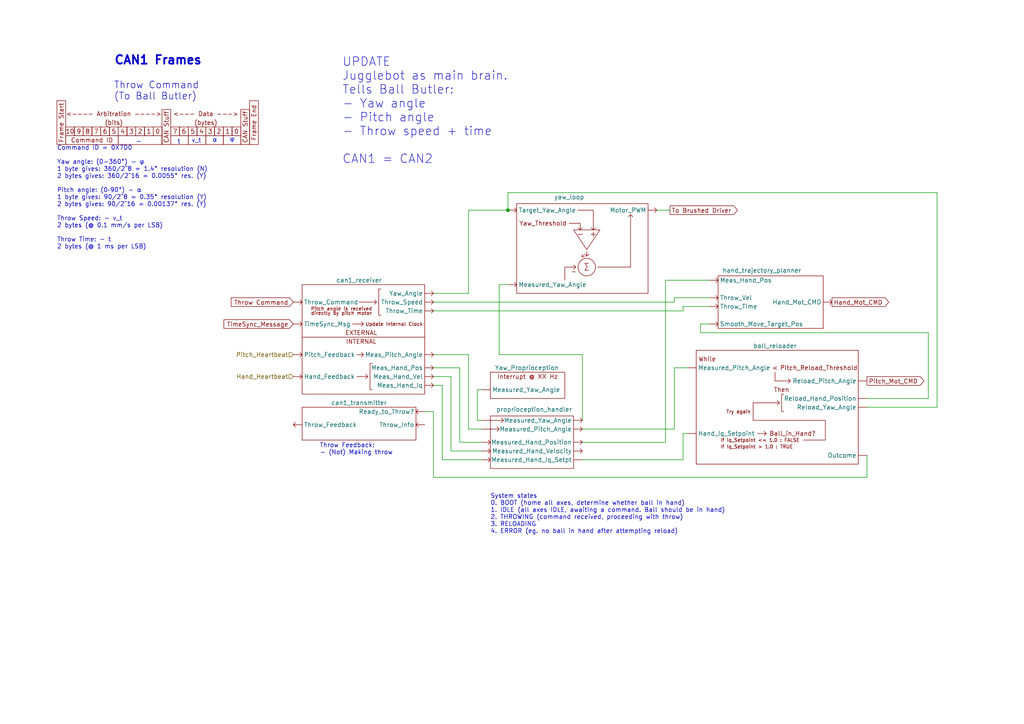
<source format=kicad_sch>
(kicad_sch (version 20211123) (generator eeschema)
  (paper "A4")
  (title_block (title "Programming Logic") (date "2025-12-13") (rev "3"))
  (lib_symbols
    (symbol "Ball_Butler_Programming_Logic_Symbol_Library:CAN_Frame"
      (symbol "CAN_Frame_0_0"
        (rectangle (start -30.48 7.62) (end -27.94 -5.08))
        (rectangle (start 0 -5.08) (end 2.54 5.08))
        (rectangle (start 2.54 -5.08) (end 7.62 -2.54))
        (rectangle (start 2.54 0) (end 5.08 -2.54))
        (rectangle (start 5.08 0) (end 7.62 -2.54))
        (rectangle (start 7.62 -2.54) (end 12.7 -5.08))
        (rectangle (start 7.62 0) (end 10.16 -2.54))
        (rectangle (start 10.16 0) (end 12.7 -2.54))
        (rectangle (start 12.7 -5.08) (end 17.78 -2.54))
        (rectangle (start 12.7 0) (end 15.24 -2.54))
        (rectangle (start 15.24 0) (end 17.78 -2.54))
        (rectangle (start 17.78 -5.08) (end 22.86 -2.54))
        (rectangle (start 17.78 0) (end 20.32 -2.54))
        (rectangle (start 20.32 0) (end 22.86 -2.54))
        (rectangle (start 22.86 5.08) (end 25.4 -5.08))
        (rectangle (start 25.4 7.62) (end 27.94 -5.08))
        (text "(bits)" (at -13.97 1.27 0) (effects (font (size 1.27 1.27))))
        (text "(bytes)" (at 12.7 1.27 0) (effects (font (size 1.27 1.27))))
        (text "0" (at -1.27 -1.27 0) (effects (font (size 1.27 1.27))))
        (text "0" (at 21.59 -1.27 0) (effects (font (size 1.27 1.27))))
        (text "1" (at -3.81 -1.27 0) (effects (font (size 1.27 1.27))))
        (text "1" (at 19.05 -1.27 0) (effects (font (size 1.27 1.27))))
        (text "10" (at -26.67 -1.27 0) (effects (font (size 1.27 1.27))))
        (text "2" (at -6.35 -1.27 0) (effects (font (size 1.27 1.27))))
        (text "2" (at 16.51 -1.27 0) (effects (font (size 1.27 1.27))))
        (text "3" (at -8.89 -1.27 0) (effects (font (size 1.27 1.27))))
        (text "3" (at 13.97 -1.27 0) (effects (font (size 1.27 1.27))))
        (text "4" (at -11.43 -1.27 0) (effects (font (size 1.27 1.27))))
        (text "4" (at 11.43 -1.27 0) (effects (font (size 1.27 1.27))))
        (text "5" (at -13.97 -1.27 0) (effects (font (size 1.27 1.27))))
        (text "5" (at 8.89 -1.27 0) (effects (font (size 1.27 1.27))))
        (text "6" (at -16.51 -1.27 0) (effects (font (size 1.27 1.27))))
        (text "6" (at 6.35 -1.27 0) (effects (font (size 1.27 1.27))))
        (text "7" (at -19.05 -1.27 0) (effects (font (size 1.27 1.27))))
        (text "7" (at 3.81 -1.27 0) (effects (font (size 1.27 1.27))))
        (text "8" (at -21.59 -1.27 0) (effects (font (size 1.27 1.27))))
        (text "9" (at -24.13 -1.27 0) (effects (font (size 1.27 1.27))))
        (text "<--- Data --->" (at 12.7 3.81 0) (effects (font (size 1.27 1.27))))
        (text "<---- Arbitration ---->" (at -13.97 3.81 0) (effects (font (size 1.27 1.27))))
        (text "CAN Stuff" (at 1.27 0 900) (effects (font (size 1.27 1.27))))
        (text "CAN Stuff" (at 24.13 0 900) (effects (font (size 1.27 1.27))))
        (text "Command ID" (at -20.32 -3.81 0) (effects (font (size 1.27 1.27))))
        (text "Frame End" (at 26.67 1.27 900) (effects (font (size 1.27 1.27))))
        (text "Frame Start" (at -29.21 1.27 900) (effects (font (size 1.27 1.27))))
      )
      (symbol "CAN_Frame_0_1"
        (rectangle (start -27.94 -2.54) (end -12.7 -5.08))
        (rectangle (start -27.94 0) (end -25.4 -2.54))
        (rectangle (start -25.4 0) (end -22.86 -2.54))
        (rectangle (start -22.86 0) (end -20.32 -2.54))
        (rectangle (start -20.32 0) (end -17.78 -2.54))
        (rectangle (start -17.78 0) (end -15.24 -2.54))
        (rectangle (start -15.24 0) (end -12.7 -2.54))
        (rectangle (start -12.7 -2.54) (end 0 -5.08))
        (rectangle (start -12.7 0) (end -10.16 -2.54))
        (rectangle (start -10.16 0) (end -7.62 -2.54))
        (rectangle (start -7.62 0) (end -5.08 -2.54))
        (rectangle (start -5.08 0) (end -2.54 -2.54))
        (rectangle (start -2.54 0) (end 0 -2.54))
      )
    )
    (symbol "Ball_Butler_Programming_Logic_Symbol_Library:Yaw_Proprioception"
      (property "Value" "Yaw_Proprioception" (at 1.27 1.27 0))
      (symbol "Yaw_Proprioception_0_0"
        (rectangle (start -8.89 0) (end 12.7 -7.62))
        (text "Interrupt @ XX Hz" (at 1.905 -1.27 0) (effects (font (size 1.27 1.27))))
      )
      (symbol "Yaw_Proprioception_1_1"
        (pin output line (at 15.24 -5.08 180) (length 2.54) (name "Measured_Yaw_Angle") (number ""))
      )
    )
    (symbol "Ball_Butler_Programming_Logic_Symbol_Library:ball_reloader"
      (property "Value" "ball_reloader" (at 1.27 5.08 0))
      (symbol "ball_reloader_0_0"
        (rectangle (start -22.86 3.81) (end 24.13 -29.21))
        (polyline (pts (xy -5.08 -20.32) (xy -2.54 -20.32)))
        (polyline (pts (xy -3.175 -19.685) (xy -2.54 -20.32) (xy -3.175 -20.955)))
        (polyline (pts (xy 0.635 -10.795) (xy 1.27 -11.43) (xy 0.635 -12.065)))
        (polyline (pts (xy 3.81 -4.445) (xy 4.445 -5.08) (xy 3.81 -5.715)))
        (polyline (pts (xy 4.445 -5.08) (xy 0 -5.08) (xy 0 -2.54)))
        (polyline (pts (xy 2.54 -8.89) (xy 1.905 -8.89) (xy 1.905 -13.97) (xy 2.54 -13.97)))
        (polyline (pts (xy 8.255 -22.225) (xy 14.605 -22.225) (xy 14.605 -16.51) (xy -6.35 -16.51) (xy -6.35 -11.43) (xy 1.27 -11.43)))
        (text "<" (at 0 -1.27 0) (effects (font (size 1.27 1.27))))
        (text "Ball_in_Hand?" (at 5.08 -20.32 0) (effects (font (size 1.27 1.27))))
        (text "If Iq_Setpoint <= 1.0 : FALSE" (at -15.875 -22.225 0) (effects (font (size 1 1)) (justify left)))
        (text "If Iq_Setpoint > 1.0 : TRUE" (at -15.875 -24.13 0) (effects (font (size 1 1)) (justify left)))
        (text "Pitch_Reload_Threshold" (at 12.7 -1.27 0) (effects (font (size 1.27 1.27))))
        (text "Then" (at 1.905 -7.62 0) (effects (font (size 1.27 1.27))))
        (text "Try again" (at -6.985 -13.97 0) (effects (font (size 1 1)) (justify right)))
        (text "While" (at -19.685 1.27 0) (effects (font (size 1.27 1.27))))
      )
      (symbol "ball_reloader_1_1"
        (pin input line (at -25.4 -20.32 0) (length 2.54) (name "Hand_Iq_Setpoint") (number ""))
        (pin input line (at -25.4 -1.27 0) (length 2.54) (name "Measured_Pitch_Angle") (number ""))
        (pin output line (at 26.67 -26.67 180) (length 2.54) (name "Outcome") (number ""))
        (pin output line (at 26.67 -10.16 180) (length 2.54) (name "Reload_Hand_Position") (number ""))
        (pin output line (at 26.67 -5.08 180) (length 2.54) (name "Reload_Pitch_Angle") (number ""))
        (pin output line (at 26.67 -12.7 180) (length 2.54) (name "Reload_Yaw_Angle") (number ""))
      )
    )
    (symbol "Ball_Butler_Programming_Logic_Symbol_Library:can1_receiver"
      (property "Value" "can1_receiver" (at 1.27 2.54 0))
      (symbol "can1_receiver_0_0"
        (rectangle (start -15.24 1.27) (end 20.32 -30.48))
        (polyline (pts (xy -15.24 -13.97) (xy 20.32 -13.97)))
        (polyline (pts (xy -0.635 -10.16) (xy 2.54 -10.16)))
        (polyline (pts (xy 0.635 -25.4) (xy 3.81 -25.4)))
        (polyline (pts (xy 0.635 -19.05) (xy 2.54 -19.05)))
        (polyline (pts (xy 1.27 -3.81) (xy 6.35 -3.81)))
        (polyline (pts (xy -15.875 -26.035) (xy -15.24 -25.4) (xy -15.875 -24.765)))
        (polyline (pts (xy -15.875 -19.685) (xy -15.24 -19.05) (xy -15.875 -18.415)))
        (polyline (pts (xy -15.875 -10.795) (xy -15.24 -10.16) (xy -15.875 -9.525)))
        (polyline (pts (xy -15.875 -4.445) (xy -15.24 -3.81) (xy -15.875 -3.175)))
        (polyline (pts (xy 1.905 -18.415) (xy 2.54 -19.05) (xy 1.905 -19.685)))
        (polyline (pts (xy 1.905 -9.525) (xy 2.54 -10.16) (xy 1.905 -10.795)))
        (polyline (pts (xy 3.175 -24.765) (xy 3.81 -25.4) (xy 3.175 -26.035)))
        (polyline (pts (xy 5.715 -3.175) (xy 6.35 -3.81) (xy 5.715 -4.445)))
        (polyline (pts (xy 22.225 -27.305) (xy 22.86 -27.94) (xy 22.225 -28.575)))
        (polyline (pts (xy 22.225 -24.765) (xy 22.86 -25.4) (xy 22.225 -26.035)))
        (polyline (pts (xy 22.225 -22.225) (xy 22.86 -22.86) (xy 22.225 -23.495)))
        (polyline (pts (xy 22.225 -18.415) (xy 22.86 -19.05) (xy 22.225 -19.685)))
        (polyline (pts (xy 22.225 -5.715) (xy 22.86 -6.35) (xy 22.225 -6.985)))
        (polyline (pts (xy 22.225 -3.175) (xy 22.86 -3.81) (xy 22.225 -4.445)))
        (polyline (pts (xy 22.225 -0.635) (xy 22.86 -1.27) (xy 22.225 -1.905)))
        (polyline (pts (xy 5.08 -21.59) (xy 4.445 -21.59) (xy 4.445 -29.21) (xy 5.08 -29.21)))
        (polyline (pts (xy 7.62 0) (xy 6.985 0) (xy 6.985 -7.62) (xy 7.62 -7.62)))
        (text "directly by pitch motor" (at -3.81 -6.985 0) (effects (font (size 1 1))))
        (text "EXTERNAL" (at 1.905 -12.7 0) (effects (font (size 1.27 1.27))))
        (text "INTERNAL" (at 1.905 -15.24 0) (effects (font (size 1.27 1.27))))
        (text "Pitch angle is received" (at -3.81 -5.715 0) (effects (font (size 1 1))))
        (text "Update Internal Clock" (at 11.43 -10.16 0) (effects (font (size 1 1))))
      )
      (symbol "can1_receiver_1_1"
        (pin input line (at -17.78 -25.4 0) (length 2.54) (name "Hand_Feedback") (number ""))
        (pin output line (at 22.86 -27.94 180) (length 2.54) (name "Meas_Hand_Iq") (number ""))
        (pin output line (at 22.86 -22.86 180) (length 2.54) (name "Meas_Hand_Pos") (number ""))
        (pin output line (at 22.86 -25.4 180) (length 2.54) (name "Meas_Hand_Vel") (number ""))
        (pin output line (at 22.86 -19.05 180) (length 2.54) (name "Meas_Pitch_Angle") (number ""))
        (pin input line (at -17.78 -19.05 0) (length 2.54) (name "Pitch_Feedback") (number ""))
        (pin input line (at -17.78 -3.81 0) (length 2.54) (name "Throw_Command") (number ""))
        (pin output line (at 22.86 -3.81 180) (length 2.54) (name "Throw_Speed") (number ""))
        (pin output line (at 22.86 -6.35 180) (length 2.54) (name "Throw_Time") (number ""))
        (pin input line (at -17.78 -10.16 0) (length 2.54) (name "TimeSync_Msg") (number ""))
        (pin output line (at 22.86 -1.27 180) (length 2.54) (name "Yaw_Angle") (number ""))
      )
    )
    (symbol "Ball_Butler_Programming_Logic_Symbol_Library:hand_trajectory_planner"
      (property "Value" "hand_trajectory_planner" (at 1.905 1.905 0))
      (symbol "hand_trajectory_planner_0_0"
        (rectangle (start -11.43 0) (end 19.05 -15.24))
        (polyline (pts (xy -12.065 -13.335) (xy -11.43 -13.97) (xy -12.065 -14.605)))
        (polyline (pts (xy -12.065 -8.255) (xy -11.43 -8.89) (xy -12.065 -9.525)))
        (polyline (pts (xy -12.065 -5.715) (xy -11.43 -6.35) (xy -12.065 -6.985)))
        (polyline (pts (xy -12.065 -0.635) (xy -11.43 -1.27) (xy -12.065 -1.905)))
        (polyline (pts (xy 20.955 -6.985) (xy 21.59 -7.62) (xy 20.955 -8.255)))
      )
      (symbol "hand_trajectory_planner_1_1"
        (pin output line (at 21.59 -7.62 180) (length 2.54) (name "Hand_Mot_CMD") (number ""))
        (pin input line (at -13.97 -1.27 0) (length 2.54) (name "Meas_Hand_Pos") (number ""))
        (pin input line (at -13.97 -13.97 0) (length 2.54) (name "Smooth_Move_Target_Pos") (number ""))
        (pin input line (at -13.97 -8.89 0) (length 2.54) (name "Throw_Time") (number ""))
        (pin input line (at -13.97 -6.35 0) (length 2.54) (name "Throw_Vel") (number ""))
      )
    )
    (symbol "Ball_Butler_Programming_Logic_Symbol_Library:proprioception_handler"
      (property "Value" "proprioception_handler" (at 3.81 3.81 0))
      (symbol "proprioception_handler_0_0"
        (rectangle (start -8.89 2.54) (end 15.24 -12.7))
        (polyline (pts (xy -8.89 -1.27) (xy -6.35 -1.27)))
        (polyline (pts (xy -8.89 1.27) (xy -5.08 1.27)))
        (polyline (pts (xy -9.525 -9.525) (xy -8.89 -10.16) (xy -9.525 -10.795)))
        (polyline (pts (xy -9.525 -6.985) (xy -8.89 -7.62) (xy -9.525 -8.255)))
        (polyline (pts (xy -9.525 -4.445) (xy -8.89 -5.08) (xy -9.525 -5.715)))
        (polyline (pts (xy -6.985 -0.635) (xy -6.35 -1.27) (xy -6.985 -1.905)))
        (polyline (pts (xy -5.715 1.905) (xy -5.08 1.27) (xy -5.715 0.635)))
        (polyline (pts (xy 17.145 -6.985) (xy 17.78 -7.62) (xy 17.145 -8.255)))
        (polyline (pts (xy 17.145 -4.445) (xy 17.78 -5.08) (xy 17.145 -5.715)))
        (polyline (pts (xy 17.145 -0.635) (xy 17.78 -1.27) (xy 17.145 -1.905)))
        (polyline (pts (xy 17.145 1.905) (xy 17.78 1.27) (xy 17.145 0.635)))
      )
      (symbol "proprioception_handler_1_1"
        (pin input line (at -11.43 -10.16 0) (length 2.54) (name "") (number ""))
        (pin input line (at -11.43 -7.62 0) (length 2.54) (name "") (number ""))
        (pin input line (at -11.43 -5.08 0) (length 2.54) (name "") (number ""))
        (pin input line (at -11.43 -1.27 0) (length 2.54) (name "") (number ""))
        (pin input line (at -11.43 1.27 0) (length 2.54) (name "") (number ""))
        (pin output line (at 17.78 -10.16 180) (length 2.54) (name "Measured_Hand_Iq_Setpt") (number ""))
        (pin output line (at 17.78 -5.08 180) (length 2.54) (name "Measured_Hand_Position") (number ""))
        (pin output line (at 17.78 -7.62 180) (length 2.54) (name "Measured_Hand_Velocity") (number ""))
        (pin output line (at 17.78 -1.27 180) (length 2.54) (name "Measured_Pitch_Angle") (number ""))
        (pin output line (at 17.78 1.27 180) (length 2.54) (name "Measured_Yaw_Angle") (number ""))
      )
    )
    (symbol "Ball_Butler_Programming_Logic_Symbol_Library:yaw_loop"
      (property "Value" "yaw_loop" (at 6.35 1.27 0))
      (symbol "yaw_loop_0_0"
        (rectangle (start -13.97 -0.635) (end 24.13 -26.67))
        (polyline (pts (xy 5.08 -9.525) (xy 3.81 -9.525)))
        (polyline (pts (xy 6.35 -14.605) (xy 6.35 -15.875)))
        (polyline (pts (xy 8.255 -10.16) (xy 8.255 -8.89)))
        (polyline (pts (xy 8.89 -9.525) (xy 7.62 -9.525)))
        (polyline (pts (xy -14.605 -23.495) (xy -13.97 -24.13) (xy -14.605 -24.765)))
        (polyline (pts (xy -14.605 -1.905) (xy -13.97 -2.54) (xy -14.605 -3.175)))
        (polyline (pts (xy 0 -22.86) (xy 0 -19.05) (xy 3.175 -19.05)))
        (polyline (pts (xy 1.27 -6.35) (xy 4.445 -6.35) (xy 4.445 -8.255)))
        (polyline (pts (xy 2.54 -18.415) (xy 3.175 -19.05) (xy 2.54 -19.685)))
        (polyline (pts (xy 3.81 -7.62) (xy 4.445 -8.255) (xy 5.08 -7.62)))
        (polyline (pts (xy 3.81 -2.54) (xy 8.255 -2.54) (xy 8.255 -8.255)))
        (polyline (pts (xy 5.715 -15.24) (xy 6.35 -15.875) (xy 6.985 -15.24)))
        (polyline (pts (xy 7.62 -7.62) (xy 8.255 -8.255) (xy 8.89 -7.62)))
        (polyline (pts (xy 9.525 -19.05) (xy 19.05 -19.05) (xy 19.05 -3.81)))
        (polyline (pts (xy 18.415 -4.445) (xy 19.05 -3.81) (xy 19.685 -4.445)))
        (polyline (pts (xy 26.035 -1.905) (xy 26.67 -2.54) (xy 26.035 -3.175)))
        (polyline (pts (xy 10.16 -8.255) (xy 2.54 -8.255) (xy 6.35 -13.97) (xy 10.16 -8.255)))
        (circle (center 6.35 -19.05) (radius 2.54))
        (text "+" (at 5.08 -15.875 900) (effects (font (size 1.27 1.27))))
        (text "-" (at 2.54 -20.32 0) (effects (font (size 1.27 1.27))))
        (text "Yaw_Threshold" (at -6.35 -6.35 0) (effects (font (size 1.27 1.27))))
        (text "Σ" (at 6.35 -19.05 0) (effects (font (size 2 2))))
      )
      (symbol "yaw_loop_1_1"
        (pin input line (at -16.51 -24.13 0) (length 2.54) (name "Measured_Yaw_Angle") (number ""))
        (pin output line (at 26.67 -2.54 180) (length 2.54) (name "Motor_PWM") (number ""))
        (pin input line (at -16.51 -2.54 0) (length 2.54) (name "Target_Yaw_Angle") (number ""))
      )
    )
    (symbol "can1_transmitter_1"
      (property "Value" "can1_transmitter_1" (at 1.27 5.08 0))
      (symbol "can1_transmitter_1_0_0"
        (rectangle (start -13.97 3.81) (end 19.05 -5.715))
        (polyline (pts (xy -15.875 -0.635) (xy -16.51 -1.27) (xy -15.875 -1.905)))
        (polyline (pts (xy 19.685 -0.635) (xy 19.05 -1.27) (xy 19.685 -1.905)))
        (polyline (pts (xy 19.685 3.175) (xy 19.05 2.54) (xy 19.685 1.905)))
      )
      (symbol "can1_transmitter_1_1_1"
        (pin input line (at 21.59 2.54 180) (length 2.54) (name "Ready_to_Throw?") (number ""))
        (pin output line (at -16.51 -1.27 0) (length 2.54) (name "Throw_Feedback") (number ""))
        (pin input line (at 21.59 -1.27 180) (length 2.54) (name "Throw_Info") (number ""))
      )
    )
  )
  (junction (at 147.32 60.96))
  (wire (pts (xy 130.81 109.22) (xy 130.81 130.81)))
  (wire (pts (xy 125.73 138.43) (xy 125.73 119.38)))
  (wire (pts (xy 198.12 133.35) (xy 198.12 125.73)))
  (wire (pts (xy 125.73 106.68) (xy 133.35 106.68)))
  (wire (pts (xy 125.73 102.87) (xy 135.89 102.87)))
  (wire (pts (xy 203.2 93.98) (xy 205.74 93.98)))
  (wire (pts (xy 139.7 113.03) (xy 138.43 113.03)))
  (wire (pts (xy 168.91 133.35) (xy 198.12 133.35)))
  (wire (pts (xy 198.12 125.73) (xy 199.39 125.73)))
  (wire (pts (xy 135.89 124.46) (xy 139.7 124.46)))
  (wire (pts (xy 194.31 60.96) (xy 190.5 60.96)))
  (wire (pts (xy 168.91 102.87) (xy 144.78 102.87)))
  (wire (pts (xy 269.24 96.52) (xy 203.2 96.52)))
  (wire (pts (xy 130.81 130.81) (xy 139.7 130.81)))
  (wire (pts (xy 195.58 106.68) (xy 199.39 106.68)))
  (wire (pts (xy 125.73 109.22) (xy 130.81 109.22)))
  (wire (pts (xy 133.35 128.27) (xy 139.7 128.27)))
  (wire (pts (xy 271.78 118.11) (xy 271.78 55.88)))
  (wire (pts (xy 168.91 128.27) (xy 193.04 128.27)))
  (wire (pts (xy 193.04 81.28) (xy 205.74 81.28)))
  (wire (pts (xy 198.12 88.9) (xy 205.74 88.9)))
  (wire (pts (xy 168.91 121.92) (xy 168.91 102.87)))
  (wire (pts (xy 125.73 119.38) (xy 123.19 119.38)))
  (wire (pts (xy 203.2 93.98) (xy 203.2 96.52)))
  (wire (pts (xy 135.89 60.96) (xy 135.89 85.09)))
  (wire (pts (xy 195.58 87.63) (xy 195.58 86.36)))
  (wire (pts (xy 125.73 90.17) (xy 198.12 90.17)))
  (wire (pts (xy 144.78 102.87) (xy 144.78 82.55)))
  (wire (pts (xy 271.78 55.88) (xy 147.32 55.88)))
  (wire (pts (xy 125.73 111.76) (xy 128.27 111.76)))
  (wire (pts (xy 251.46 118.11) (xy 271.78 118.11)))
  (wire (pts (xy 251.46 132.08) (xy 251.46 138.43)))
  (wire (pts (xy 168.91 124.46) (xy 195.58 124.46)))
  (wire (pts (xy 138.43 113.03) (xy 138.43 121.92)))
  (wire (pts (xy 147.32 55.88) (xy 147.32 60.96)))
  (wire (pts (xy 135.89 85.09) (xy 125.73 85.09)))
  (wire (pts (xy 138.43 121.92) (xy 139.7 121.92)))
  (wire (pts (xy 125.73 87.63) (xy 195.58 87.63)))
  (wire (pts (xy 128.27 111.76) (xy 128.27 133.35)))
  (wire (pts (xy 269.24 115.57) (xy 269.24 96.52)))
  (wire (pts (xy 251.46 138.43) (xy 125.73 138.43)))
  (wire (pts (xy 135.89 60.96) (xy 147.32 60.96)))
  (wire (pts (xy 128.27 133.35) (xy 139.7 133.35)))
  (wire (pts (xy 195.58 124.46) (xy 195.58 106.68)))
  (wire (pts (xy 193.04 128.27) (xy 193.04 81.28)))
  (wire (pts (xy 251.46 115.57) (xy 269.24 115.57)))
  (wire (pts (xy 195.58 86.36) (xy 205.74 86.36)))
  (wire (pts (xy 133.35 106.68) (xy 133.35 128.27)))
  (wire (pts (xy 144.78 82.55) (xy 147.32 82.55)))
  (wire (pts (xy 198.12 90.17) (xy 198.12 88.9)))
  (wire (pts (xy 135.89 102.87) (xy 135.89 124.46)))
  (text "α" (at 61.5675 41.4698 0) (effects (font (size 1.27 1.27)) (justify left bottom)))
  (text "t" (at 51.435 41.91 0) (effects (font (size 1.27 1.27)) (justify left bottom)))
  (text "System states\n0. BOOT (home all axes, determine whether ball in hand)\n1. IDLE (all axes IDLE, awaiting a command. Ball should be in hand)\n2. THROWING (command received, proceeding with throw)\n3. RELOADING\n4. ERROR (eg. no ball in hand after attempting reload)" (at 142.24 154.94 0) (effects (font (size 1.27 1.27)) (justify left bottom)))
  (text "UPDATE\nJugglebot as main brain.\nTells Ball Butler:\n- Yaw angle\n- Pitch angle\n- Throw speed + time\n\nCAN1 = CAN2" (at 99.2458 47.7103 0) (effects (font (size 2.5 2.5)) (justify left bottom)))
  (text "CAN1 Frames" (at 33.02 19.05 0) (effects (font (size 2.5 2.5) (thickness 0.5) bold) (justify left bottom)))
  (text "-" (at 39.37 41.91 0) (effects (font (size 1.27 1.27)) (justify left bottom)))
  (text "φ" (at 66.5894 41.2454 0) (effects (font (size 1.27 1.27)) (justify left bottom)))
  (text "Command ID = 0X7D0\n\nYaw angle: (0-360°) - φ\n1 byte gives: 360/2^8 = 1.4° resolution (N)\n2 bytes gives: 360/2^16 = 0.0055° res. (Y)\n\nPitch angle: (0–90°) - α\n1 byte gives: 90/2^8 = 0.35° resolution (Y)\n2 bytes gives: 90/2^16 = 0.00137° res. (Y)\n\nThrow Speed: - v_t\n2 bytes (@ 0.1 mm/s per LSB)\n\nThrow Time: - t\n2 bytes (@ 1 ms per LSB)" (at 16.51 72.39 0) (effects (font (size 1.27 1.27)) (justify left bottom)))
  (text "Throw Command\n(To Ball Butler)" (at 33.02 29.21 0) (effects (font (size 2 2)) (justify left bottom)))
  (text "v_t" (at 55.5244 41.6052 0) (effects (font (size 1.27 1.27)) (justify left bottom)))
  (text "Throw Feedback:\n- (Not) Making throw" (at 92.71 132.08 0) (effects (font (size 1.27 1.27)) (justify left bottom)))
  (global_label "Pitch_Mot_CMD" (shape output) (at 251.46 110.49 0) (property "Intersheet References" "${INTERSHEET_REFS}" (effects hide)))
  (global_label "Hand_Mot_CMD" (shape output) (at 241.3 87.63 0) (property "Intersheet References" "${INTERSHEET_REFS}" (effects hide)))
  (global_label "TimeSync_Message" (shape input) (at 85.09 93.98 180) (property "Intersheet References" "${INTERSHEET_REFS}" (effects hide)))
  (global_label "Throw Command" (shape input) (at 85.09 87.63 180) (property "Intersheet References" "${INTERSHEET_REFS}" (effects hide)))
  (global_label "To Brushed Driver" (shape output) (at 194.31 60.96 0) (property "Intersheet References" "${INTERSHEET_REFS}" (effects hide)))
  (hierarchical_label "Pitch_Heartbeat" (shape input) (at 85.09 102.87 180))
  (hierarchical_label "Hand_Heartbeat" (shape input) (at 85.09 109.22 180))
  (symbol (lib_id "Ball_Butler_Programming_Logic_Symbol_Library:ball_reloader") (at 224.79 105.41 0) (unit 1)
    (property "Reference" "U?" (effects hide))
    (property "Value" "ball_reloader" (at 224.79 100.33 0))
  )
  (symbol (lib_id "Ball_Butler_Programming_Logic_Symbol_Library:can1_receiver") (at 102.87 83.82 0) (unit 1)
    (property "Reference" "U?" (effects hide))
    (property "Value" "can1_receiver" (at 104.14 81.28 0))
  )
  (symbol (lib_id "Ball_Butler_Programming_Logic_Symbol_Library:Yaw_Proprioception") (at 154.94 107.95 0) (mirror y) (unit 1)
    (property "Reference" "U?" (effects hide))
    (property "Value" "Yaw_Proprioception" (at 143.51 106.68 0) (effects (justify right)))
  )
  (symbol (lib_id "Ball_Butler_Programming_Logic_Symbol_Library:yaw_loop") (at 163.83 58.42 0) (unit 1)
    (property "Reference" "U?" (effects hide))
    (property "Value" "yaw_loop" (at 165.1 57.15 0))
  )
  (symbol (lib_id "Ball_Butler_Programming_Logic_Symbol_Library:proprioception_handler") (at 151.13 123.19 0) (unit 1)
    (property "Reference" "U?" (effects hide))
    (property "Value" "proprioception_handler" (at 154.94 118.745 0))
  )
  (symbol (lib_name "can1_transmitter_1") (lib_id "Ball_Butler_Programming_Logic_Symbol_Library:can1_transmitter") (at 101.6 121.92 0) (unit 1)
    (property "Reference" "U?" (effects hide))
    (property "Value" "can1_transmitter" (at 104.14 116.84 0))
  )
  (symbol (lib_id "Ball_Butler_Programming_Logic_Symbol_Library:hand_trajectory_planner") (at 219.71 80.01 0) (unit 1)
    (property "Reference" "U?" (effects hide))
    (property "Value" "hand_trajectory_planner" (at 220.98 78.4352 0))
  )
  (symbol (lib_id "Ball_Butler_Programming_Logic_Symbol_Library:CAN_Frame") (at 46.99 36.83 0) (unit 1)
    (property "Reference" "U?" (effects hide))
    (property "Value" "CAN_Frame" (effects hide))
  )
)
</source>
